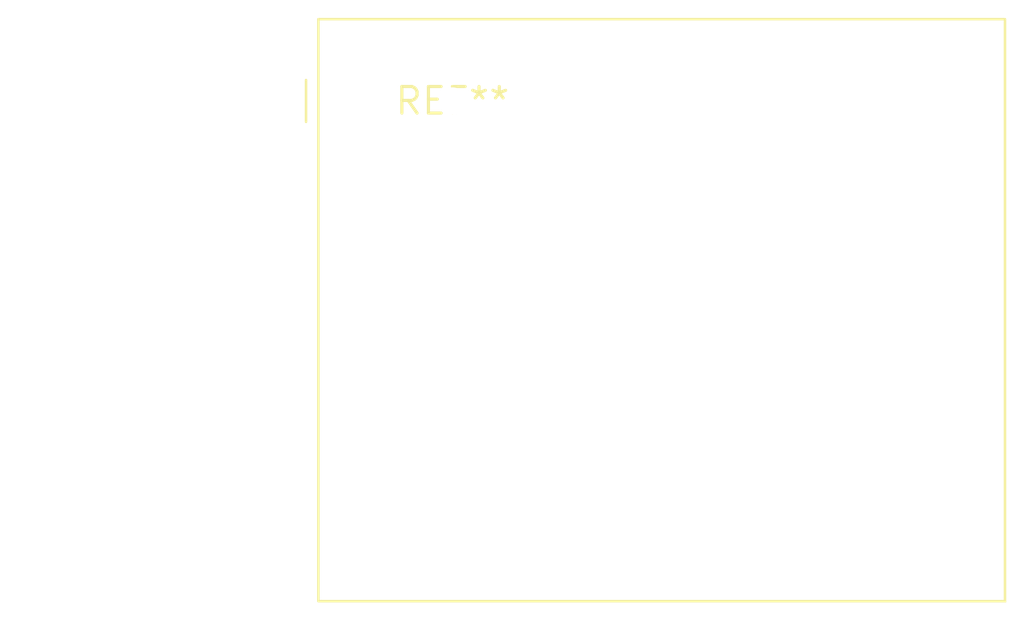
<source format=kicad_pcb>
(kicad_pcb (version 20240108) (generator pcbnew)
  (layers (0 "F.Cu" signal) (31 "B.Cu" signal) (34 "B.Paste" user) (35 "F.Paste" user) (36 "B.SilkS" user "B.Silkscreen") (37 "F.SilkS" user "F.Silkscreen") (38 "B.Mask" user) (39 "F.Mask" user) (44 "Edge.Cuts" user))
  (net 0 "")
  (footprint "Transformer_Myrra_EI30-5_44000_Horizontal" (layer "F.Cu") (at 0 0)
    (property "Reference" "REF**")
    (property "Value" "Transformer_Myrra_EI30-5_44000_Horizontal")
    (fp_line (start -7 -1) (end -7 1) (layer "F.SilkS") (stroke (width 0.12)))
    (fp_rect (start 26.41 23.91) (end -6.41 -3.91) (layer "F.SilkS") (stroke (width 0.12)) (fill none))
    (pad "1" thru_hole rect (at 0 0) (size 2.3 2.3) (drill 1.3) (layers *.Cu *.Mask) (remove_unused_layers))
    (pad "5" thru_hole circle (at 20 0) (size 2.3 2.3) (drill 1.3) (layers *.Cu *.Mask) (remove_unused_layers))
    (pad "6" thru_hole circle (at 20 20) (size 2.3 2.3) (drill 1.3) (layers *.Cu *.Mask) (remove_unused_layers))
    (pad "7" thru_hole circle (at 15 20) (size 2.3 2.3) (drill 1.3) (layers *.Cu *.Mask) (remove_unused_layers))
    (pad "9" thru_hole circle (at 5 20) (size 2.3 2.3) (drill 1.3) (layers *.Cu *.Mask) (remove_unused_layers))
    (pad "10" thru_hole circle (at 0 20) (size 2.3 2.3) (drill 1.3) (layers *.Cu *.Mask) (remove_unused_layers))
  )
)
</source>
